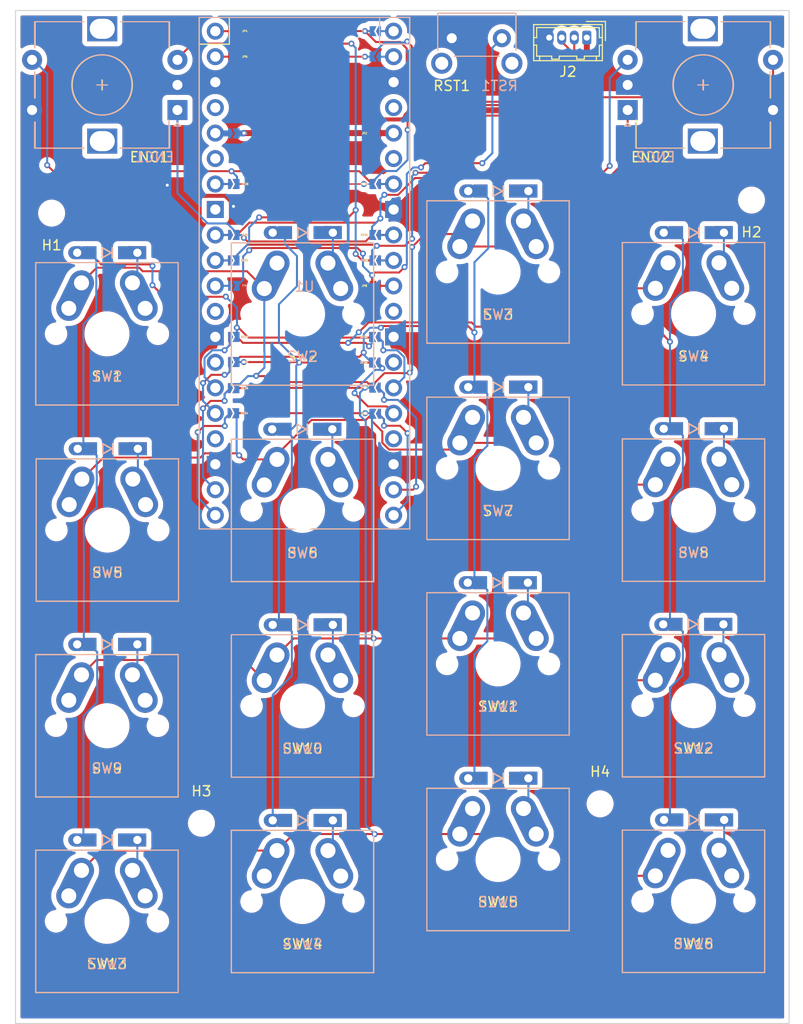
<source format=kicad_pcb>
(kicad_pcb (version 20221018) (generator pcbnew)
  (layers (0 "F.Cu" signal "Front") (31 "B.Cu" signal "Back") (34 "B.Paste" user) (35 "F.Paste" user) (36 "B.SilkS" user "B.Silkscreen") (37 "F.SilkS" user "F.Silkscreen") (38 "B.Mask" user) (39 "F.Mask" user) (44 "Edge.Cuts" user))
  (net 0 "")
  (net 1 "GND")
  (net 2 "Net-(D1-K)")
  (net 3 "Net-(D2-K)")
  (net 4 "Net-(D3-K)")
  (net 5 "Net-(D4-K)")
  (net 6 "Net-(D5-K)")
  (net 7 "Net-(D6-K)")
  (net 8 "OLED_SDA")
  (net 9 "Net-(D7-K)")
  (net 10 "Net-(D8-K)")
  (net 11 "Net-(D9-K)")
  (net 12 "R1")
  (net 13 "R2")
  (net 14 "R3")
  (net 15 "Net-(D10-K)")
  (net 16 "R0")
  (net 17 "C0")
  (net 18 "C1")
  (net 19 "C2")
  (net 20 "C3")
  (net 21 "ENC_1_A")
  (net 22 "ENC_1_B")
  (net 23 "ENC_2_A")
  (net 24 "ENC_2_B")
  (net 25 "OLED_SCK")
  (net 26 "Net-(D11-K)")
  (net 27 "Net-(D12-K)")
  (net 28 "Net-(D13-K)")
  (net 29 "Net-(D14-K)")
  (net 30 "Net-(D15-K)")
  (net 31 "Net-(D16-K)")
  (net 32 "ENC_1_SW")
  (net 33 "ENC_2_SW")
  (net 34 "RUN")
  (net 35 "OLED_SDA__X")
  (net 36 "OLED_SCK__X")
  (net 38 "VCC")
  (net 42 "X__RUN")
  (net 46 "R3__R0")
  (net 47 "R2__R1")
  (net 48 "R1__R2")
  (net 49 "R0__R3")
  (net 52 "RUN__X")
  (net 54 "X__OLED_SCK")
  (net 55 "X__OLED_SDA")
  (net 56 "VCC__X")
  (net 57 "X__VCC")
  (net 59 "ENC_1_2_SW")
  (net 60 "ENC_2_1_SW")
  (net 61 "ENC_1_2_A")
  (net 62 "ENC_2_1_A")
  (net 63 "ENC_1_2_B")
  (net 64 "ENC_2_1_B")
  (net 65 "C0_C3")
  (net 66 "C1_C2")
  (net 67 "C2_C1")
  (net 68 "C3_C0")
  (footprint "cherry_with_keycap:jumper" (layer "F.Cu") (at 64.05 93.3 180)
    (fp_text reference "JP34")
    (fp_text value "SolderJumper_2_Open" hide)
  )
  (footprint "cherry_with_keycap:SW_Cherry_MX_PCB_1.00u" (layer "F.Cu") (at 37.32 129.515)
    (fp_text reference "SW9")
    (fp_text value "SW_Push")
  )
  (footprint "cherry_with_keycap:jumper" (layer "F.Cu") (at 64.09 98.4 180)
    (fp_text reference "JP12")
    (fp_text value "SolderJumper_2_Open" hide)
  )
  (footprint "cherry_with_keycap:SW_Cherry_MX_PCB_1.00u" (layer "F.Cu") (at 37.32 149.015)
    (fp_text reference "SW13")
    (fp_text value "SW_Push")
  )
  (footprint "cherry_with_keycap:jumper" (layer "F.Cu") (at 64.1 70.45 180)
    (fp_text reference "JP2")
    (fp_text value "SolderJumper_2_Open" hide)
  )
  (footprint "cherry_with_keycap:jumper" (layer "F.Cu") (at 49.95 80.575)
    (fp_text reference "JP22")
    (fp_text value "SolderJumper_2_Open" hide)
  )
  (footprint "cherry_with_keycap:jumper" (layer "F.Cu") (at 49.95 90.75)
    (fp_text reference "JP30")
    (fp_text value "SolderJumper_2_Open" hide)
  )
  (footprint "cherry_with_keycap:SW_Cherry_MX_PCB_1.00u" (layer "F.Cu") (at 76.32 123.35)
    (fp_text reference "SW11")
    (fp_text value "SW_Push")
  )
  (footprint "cherry_with_keycap:SW_Cherry_MX_PCB_1.00u" (layer "F.Cu") (at 95.82 147.015)
    (fp_text reference "SW16")
    (fp_text value "SW_Push")
  )
  (footprint "cherry_with_keycap:jumper" (layer "F.Cu") (at 49.94 83.12)
    (fp_text reference "JP26")
    (fp_text value "SolderJumper_2_Open" hide)
  )
  (footprint "cherry_with_keycap:SW_Cherry_MX_PCB_1.00u" (layer "F.Cu") (at 56.82 147.04)
    (fp_text reference "SW14")
    (fp_text value "SW_Push")
  )
  (footprint "cherry_with_keycap:jumper" (layer "F.Cu") (at 64.1 85.65 180)
    (fp_text reference "JP8")
    (fp_text value "SolderJumper_2_Open" hide)
  )
  (footprint "cherry_with_keycap:SW_Cherry_MX_PCB_1.00u" (layer "F.Cu") (at 56.82 108.04)
    (fp_text reference "SW6")
    (fp_text value "SW_Push")
  )
  (footprint "cherry_with_keycap:SW_Cherry_MX_PCB_1.00u" (layer "F.Cu") (at 37.32 90.435)
    (fp_text reference "SW1")
    (fp_text value "SW_Push")
  )
  (footprint "cherry_with_keycap:jumper" (layer "F.Cu") (at 64.1 83.12 180)
    (fp_text reference "JP28")
    (fp_text value "SolderJumper_2_Open" hide)
  )
  (footprint "MountingHole:MountingHole_2.2mm_M2" (layer "F.Cu") (at 86.5 137.3)
    (fp_text reference "H4")
    (fp_text value "MountingHole")
  )
  (footprint "cherry_with_keycap:SW_Cherry_MX_PCB_1.00u" (layer "F.Cu") (at 76.32 103.85)
    (fp_text reference "SW7")
    (fp_text value "SW_Push")
  )
  (footprint "MountingHole:MountingHole_2.2mm_M2" (layer "F.Cu") (at 46.74 139.24)
    (fp_text reference "H3")
    (fp_text value "MountingHole")
  )
  (footprint "cherry_with_keycap:SW_Cherry_MX_PCB_1.00u" (layer "F.Cu") (at 95.82 127.515)
    (fp_text reference "SW12")
    (fp_text value "SW_Push")
  )
  (footprint "cherry_with_keycap:SW_Cherry_MX_PCB_1.00u" (layer "F.Cu") (at 56.82 127.54)
    (fp_text reference "SW10")
    (fp_text value "SW_Push")
  )
  (footprint "cherry_with_keycap:SW_Cherry_MX_PCB_1.00u" (layer "F.Cu") (at 95.82 88.435)
    (fp_text reference "SW4")
    (fp_text value "SW_Push")
  )
  (footprint "MountingHole:MountingHole_2.2mm_M2" (layer "F.Cu") (at 31.8 78.4 180)
    (fp_text reference "H1")
    (fp_text value "MountingHole")
  )
  (footprint "Connector_Hirose:Hirose_DF13-04P-1.25DSA_1x04_P1.25mm_Vertical" (layer "F.Cu") (at 85.175 60.9 180)
    (fp_text reference "J2")
    (fp_text value "Conn_01x04_Socket")
  )
  (footprint "cherry_with_keycap:SW_Cherry_MX_PCB_1.00u" (layer "F.Cu") (at 37.36 110)
    (fp_text reference "SW5")
    (fp_text value "SW_Push")
  )
  (footprint "cherry_with_keycap:SW_Cherry_MX_PCB_1.00u" (layer "F.Cu") (at 76.32 142.85)
    (fp_text reference "SW15")
    (fp_text value "SW_Push")
  )
  (footprint "cherry_with_keycap:jumper" (layer "F.Cu") (at 49.93 95.85)
    (fp_text reference "JP16")
    (fp_text value "SolderJumper_2_Open" hide)
  )
  (footprint "cherry_with_keycap:jumper" (layer "F.Cu") (at 64.1 75.5 180)
    (fp_text reference "JP20")
    (fp_text value "SolderJumper_2_Open" hide)
  )
  (footprint "cherry_with_keycap:SW_Cherry_MX_PCB_1.00u" (layer "F.Cu") (at 56.82 88.46)
    (fp_text reference "SW2")
    (fp_text value "SW_Push")
  )
  (footprint "cherry_with_keycap:jumper" (layer "F.Cu") (at 64.07 95.8 180)
    (fp_text reference "JP10")
    (fp_text value "SolderJumper_2_Open" hide)
  )
  (footprint "cherry_with_keycap:jumper" (layer "F.Cu") (at 64.1 80.575 180)
    (fp_text reference "JP24")
    (fp_text value "SolderJumper_2_Open" hide)
  )
  (footprint "cherry_with_keycap:jumper" (layer "F.Cu") (at 49.95 60.25)
    (fp_text reference "JP4")
    (fp_text value "SolderJumper_2_Open" hide)
  )
  (footprint "cherry_with_keycap:RotaryEncoder_Alps_EC12E-Switch_Vertical_H20mm" (layer "F.Cu") (at 44.35 68.1202 180)
    (fp_text reference "ENC1")
    (fp_text value "RotaryEncoder_Switch" hide)
  )
  (footprint "cherry_with_keycap:jumper" (layer "F.Cu") (at 64.05 90.75 180)
    (fp_text reference "JP36")
    (fp_text value "SolderJumper_2_Open" hide)
  )
  (footprint "cherry_with_keycap:jumper" (layer "F.Cu") (at 49.95 75.5)
    (fp_text reference "JP18")
    (fp_text value "SolderJumper_2_Open" hide)
  )
  (footprint "MountingHole:MountingHole_2.2mm_M2" (layer "F.Cu") (at 101.6 77.1 180)
    (fp_text reference "H2")
    (fp_text value "MountingHole")
  )
  (footprint "cherry_with_keycap:jumper" (layer "F.Cu") (at 49.95 62.8)
    (fp_text reference "JP6")
    (fp_text value "SolderJumper_2_Open" hide)
  )
  (footprint "cherry_with_keycap:SW_Cherry_MX_PCB_1.00u" (layer "F.Cu") (at 76.32 84.27)
    (fp_text reference "SW3")
    (fp_text value "SW_Push")
  )
  (footprint "cherry_with_keycap:SW_Cherry_MX_PCB_1.00u" (layer "F.Cu") (at 95.82 108.015)
    (fp_text reference "SW8")
    (fp_text value "SW_Push")
  )
  (footprint "cherry_with_keycap:jumper" (layer "F.Cu") (at 49.95 93.25)
    (fp_text reference "JP32")
    (fp_text value "SolderJumper_2_Open" hide)
  )
  (footprint "cherry_with_keycap:jumper" (layer "F.Cu") (at 49.91 98.35)
    (fp_text reference "JP14")
    (fp_text value "SolderJumper_2_Open" hide)
  )
  (footprint "cherry_with_keycap:jumper" (layer "B.Cu") (at 49.95 90.75)
    (fp_text reference "JP29")
    (fp_text value "SolderJumper_2_Open" hide)
  )
  (footprint "cherry_with_keycap:D3_TH_SMD_v2" (layer "B.Cu") (at 95.85 99.9 180)
    (fp_text reference "D8" hide)
    (fp_text value "e" hide)
  )
  (footprint "cherry_with_keycap:jumper" (layer "B.Cu") (at 64.09 98.4 180)
    (fp_text reference "JP11")
    (fp_text value "SolderJumper_2_Open" hide)
  )
  (footprint "cherry_with_keycap:jumper" (layer "B.Cu") (at 49.95 85.65)
    (fp_text reference "JP7")
    (fp_text value "SolderJumper_2_Open" hide)
  )
  (footprint "cherry_with_keycap:jumper" (layer "B.Cu") (at 64.1 62.8 180)
    (fp_text reference "JP5")
    (fp_text value "SolderJumper_2_Open" hide)
  )
  (footprint "cherry_with_keycap:SW_SKHLLCA010" (layer "B.Cu") (at 74.208 62.21 180)
    (fp_text reference "RST1")
    (fp_text value "SW_Push")
  )
  (footprint "cherry_with_keycap:D3_TH_SMD_v2" (layer "B.Cu") (at 76.35 134.75 180)
    (fp_text reference "D15" hide)
    (fp_text value "e" hide)
  )
  (footprint "cherry_with_keycap:D3_TH_SMD_v2" (layer "B.Cu") (at 56.85 80.35 180)
    (fp_text reference "D2" hide)
    (fp_text value "e" hide)
  )
  (footprint "cherry_with_keycap:D3_TH_SMD_v2" (layer "B.Cu") (at 95.8 119.4 180)
    (fp_text reference "D12" hide)
    (fp_text value "e" hide)
  )
  (footprint "cherry_with_keycap:jumper" (layer "B.Cu") (at 64.07 95.8 180)
    (fp_text reference "JP9")
    (fp_text value "SolderJumper_2_Open" hide)
  )
  (footprint "cherry_with_keycap:D3_TH_SMD_v2" (layer "B.Cu") (at 76.35 95.75 180)
    (fp_text reference "D7" hide)
    (fp_text value "e" hide)
  )
  (footprint "cherry_with_keycap:jumper" (layer "B.Cu") (at 64.1 80.58 180)
    (fp_text reference "JP23")
    (fp_text value "SolderJumper_2_Open" hide)
  )
  (footprint "cherry_with_keycap:D3_TH_SMD_v2" (layer "B.Cu") (at 95.875 138.9 180)
    (fp_text reference "D16" hide)
    (fp_text value "e" hide)
  )
  (footprint "cherry_with_keycap:D3_TH_SMD_v2" (layer "B.Cu") (at 95.85 80.35 180)
    (fp_text reference "D4" hide)
    (fp_text value "e" hide)
  )
  (footprint "cherry_with_keycap:jumper" (layer "B.Cu") (at 64.1 75.5 180)
    (fp_text reference "JP19")
    (fp_text value "SolderJumper_2_Open" hide)
  )
  (footprint "cherry_with_keycap:RotaryEncoder_Alps_EC12E-Switch_Vertical_H20mm" (layer "B.Cu") (at 89.25 68.119)
    (fp_text reference "ENC2")
    (fp_text value "RotaryEncoder_Switch" hide)
  )
  (footprint "cherry_with_keycap:D3_TH_SMD_v2" (layer "B.Cu") (at 37.35 121.4 180)
    (fp_text reference "D9" hide)
    (fp_text value "e" hide)
  )
  (footprint "cherry_with_keycap:jumper" (layer "B.Cu") (at 49.95 70.45)
    (fp_text reference "JP1")
    (fp_text value "SolderJumper_2_Open" hide)
  )
  (footprint "cherry_with_keycap:D3_TH_SMD_v2" (layer "B.Cu") (at 56.8 99.95 180)
    (fp_text reference "D6" hide)
    (fp_text value "e" hide)
  )
  (footprint "cherry_with_keycap:D3_TH_SMD_v2" (layer "B.Cu") (at 76.35 76.2 180)
    (fp_text reference "D3" hide)
    (fp_text value "e" hide)
  )
  (footprint "cherry_with_keycap:RPi_Pico_SMD_TH" (layer "B.Cu") (at 57.016 84.39 180)
    (fp_text reference "U1")
    (fp_text value "Pico")
  )
  (footprint "cherry_with_keycap:D3_TH_SMD_v2" (layer "B.Cu") (at 56.85 138.95 180)
    (fp_text reference "D14" hide)
    (fp_text value "e" hide)
  )
  (footprint "cherry_with_keycap:jumper" (layer "B.Cu") (at 64.05 90.75 180)
    (fp_text reference "JP35")
    (fp_text value "SolderJumper_2_Open" hide)
  )
  (footprint "cherry_with_keycap:jumper" (layer "B.Cu") (at 49.95 93.25)
    (fp_text reference "JP31")
    (fp_text value "SolderJumper_2_Open" hide)
  )
  (footprint "cherry_with_keycap:jumper" (layer "B.Cu") (at 49.95 80.58)
    (fp_text reference "JP21")
    (fp_text value "SolderJumper_2_Open" hide)
  )
  (footprint "cherry_with_keycap:D3_TH_SMD_v2" (layer "B.Cu") (at 56.85 119.45 180)
    (fp_text reference "D10" hide)
    (fp_text value "e" hide)
  )
  (footprint "cherry_with_keycap:D3_TH_SMD_v2" (layer "B.Cu") (at 37.35 82.35 180)
    (fp_text reference "D1" hide)
    (fp_text value "e" hide)
  )
  (footprint "cherry_with_keycap:D3_TH_SMD_v2" (layer "B.Cu") (at 37.4 101.9 180)
    (fp_text reference "D5" hide)
    (fp_text value "e" hide)
  )
  (footprint "cherry_with_keycap:jumper" (layer "B.Cu") (at 49.94 83.12)
    (fp_text reference "JP25")
    (fp_text value "SolderJumper_2_Open" hide)
  )
  (footprint "cherry_with_keycap:jumper" (layer "B.Cu") (at 64.05 93.3 180)
    (fp_text reference "JP33")
    (fp_text value "SolderJumper_2_Open" hide)
  )
  (footprint "cherry_with_keycap:D3_TH_SMD_v2" (layer "B.Cu") (at 37.35 140.9 180)
    (fp_text reference "D13" hide)
    (fp_text value "e" hide)
  )
  (footprint "cherry_with_keycap:jumper" (layer "B.Cu") (at 49.93 95.85)
    (fp_text reference "JP15")
    (fp_text value "SolderJumper_2_Open" hide)
  )
  (footprint "cherry_with_keycap:jumper" (layer "B.Cu") (at 49.91 98.35)
    (fp_text reference "JP13")
    (fp_text value "SolderJumper_2_Open" hide)
  )
  (footprint "cherry_with_keycap:jumper" (layer "B.Cu") (at 64.1 60.26 180)
    (fp_text reference "JP3")
    (fp_text value "SolderJumper_2_Open" hide)
  )
  (footprint "cherry_with_keycap:jumper" (layer "B.Cu") (at 64.1 83.12 180)
    (fp_text reference "JP27")
    (fp_text value "SolderJumper_2_Open" hide)
  )
  (footprint "cherry_with_keycap:D3_TH_SMD_v2" (layer "B.Cu") (at 76.3 115.25 180)
    (fp_text reference "D11" hide)
    (fp_text value "e" hide)
  )
  (footprint "cherry_with_keycap:jumper" (layer "B.Cu") (at 49.95 75.5)
    (fp_text reference "JP17")
    (fp_text value "SolderJumper_2_Open" hide)
  )
  (gr_rect (start 28.2 58.2) (end 105.35 159.2) (stroke (width 0.1)) (fill none) (layer "Edge.Cuts"))
  (segment (start 49.9364 77.724) (end 49.9364 77.4964) (width 0.4) (layer "F.Cu") (net 1))
  (segment (start 49.117 76.677) (end 44.3936 76.677) (width 0.4) (layer "F.Cu") (net 1))
  (segment (start 44.3936 76.677) (end 43.3324 75.6158) (width 0.4) (layer "F.Cu") (net 1))
  (segment (start 49.9364 77.4964) (end 49.117 76.677) (width 0.4) (layer "F.Cu") (net 1))
  (via (at 43.3324 75.6158) (size 0.6) (drill 0.3) (layers "F.Cu" "B.Cu") (net 1))
  (via (at 49.9364 77.724) (size 0.6) (drill 0.3) (layers "F.Cu" "B.Cu") (net 1))
  (segment (start 40.35 84.865) (end 39.86 85.355) (width 0.2) (layer "B.Cu") (net 2))
  (segment (start 40.35 82.35) (end 40.35 84.865) (width 0.2) (layer "B.Cu") (net 2))
  (segment (start 59.85 82.89) (end 59.36 83.38) (width 0.2) (layer "B.Cu") (net 3))
  (segment (start 59.85 80.35) (end 59.85 82.89) (width 0.2) (layer "B.Cu") (net 3))
  (segment (start 79.35 76.2) (end 79.35 78.7) (width 0.2) (layer "B.Cu") (net 4))
  (segment (start 79.35 78.7) (end 78.86 79.19) (width 0.2) (layer "B.Cu") (net 4))
  (segment (start 98.85 82.865) (end 98.36 83.355) (width 0.2) (layer "B.Cu") (net 5))
  (segment (start 98.85 80.35) (end 98.85 82.865) (width 0.2) (layer "B.Cu") (net 5))
  (segment (start 40.4 101.9) (end 40.4 104.42) (width 0.2) (layer "B.Cu") (net 6))
  (segment (start 40.4 104.42) (end 39.9 104.92) (width 0.2) (layer "B.Cu") (net 6))
  (segment (start 59.8 102.52) (end 59.36 102.96) (width 0.2) (layer "B.Cu") (net 7))
  (segment (start 59.8 99.95) (end 59.8 102.52) (width 0.2) (layer "B.Cu") (net 7))
  (segment (start 84.648 66.052) (end 83.077 67.623) (width 0.2) (layer "F.Cu") (net 8))
  (segment (start 63.05 60.25) (end 50.29 60.25) (width 0.2) (layer "F.Cu") (net 8))
  (segment (start 83.925 62.087552) (end 84.648 62.810552) (width 0.2) (layer "F.Cu") (net 8))
  (segment (start 84.648 62.810552) (end 84.648 66.052) (width 0.2) (layer "F.Cu") (net 8))
  (segment (start 83.077 67.623) (end 68.98829 67.623) (width 0.2) (layer "F.Cu") (net 8))
  (segment (start 68.98829 67.623) (end 67.2125 65.84721) (width 0.2) (layer "F.Cu") (net 8))
  (segment (start 64.137 61.337) (end 66.562 61.337) (width 0.2) (layer "F.Cu") (net 8))
  (segment (start 67.2125 65.84721) (end 67.2125 61.9875) (width 0.2) (layer "F.Cu") (net 8))
  (segment (start 63.05 60.25) (end 64.137 61.337) (width 0.2) (layer "F.Cu") (net 8))
  (segment (start 67.2125 61.9875) (end 66.562 61.337) (width 0.2) (layer "F.Cu") (net 8))
  (segment (start 83.925 60.9) (end 83.925 62.087552) (width 0.2) (layer "F.Cu") (net 8))
  (via (at 63.05 60.25) (size 0.6) (drill 0.3) (layers "F.Cu" "B.Cu") (net 8))
  (segment (start 63.06 60.26) (end 63.05 60.25) (width 0.2) (layer "B.Cu") (net 8))
  (segment (start 63.76 60.26) (end 63.06 60.26) (width 0.2) (layer "B.Cu") (net 8))
  (segment (start 79.35 98.28) (end 78.86 98.77) (width 0.2) (layer "B.Cu") (net 9))
  (segment (start 79.35 95.75) (end 79.35 98.28) (width 0.2) (layer "B.Cu") (net 9))
  (segment (start 98.85 99.9) (end 98.85 102.445) (width 0.2) (layer "B.Cu") (net 10))
  (segment (start 98.85 102.445) (end 98.36 102.935) (width 0.2) (layer "B.Cu") (net 10))
  (segment (start 40.35 121.4) (end 40.35 123.945) (width 0.2) (layer "B.Cu") (net 11))
  (segment (start 40.35 123.945) (end 39.86 124.435) (width 0.2) (layer "B.Cu") (net 11))
  (segment (start 65.459891 101.977) (end 67.1 101.977) (width 0.2) (layer "F.Cu") (net 12))
  (segment (start 71.843 101.977) (end 72.51 101.31) (width 0.2) (layer "F.Cu") (net 12))
  (segment (start 50.5 102.55) (end 50.91 102.96) (width 0.2) (layer "F.Cu") (net 12))
  (segment (start 50.5 102.55) (end 50.3 102.35) (width 0.2) (layer "F.Cu") (net 12))
  (segment (start 57.723 99.025) (end 63.143791 99.025) (width 0.2) (layer "F.Cu") (net 12))
  (segment (start 63.143791 99.025) (end 63.75 98.418791) (width 0.2) (layer "F.Cu") (net 12))
  (segment (start 73.113 99.437) (end 73.78 98.77) (width 0.2) (layer "F.Cu") (net 12))
  (segment (start 50.3 102.35) (end 47.062 102.35) (width 0.2) (layer "F.Cu") (net 12))
  (segment (start 47.062 102.35) (end 46.635 102.777) (width 0.2) (layer "F.Cu") (net 12))
  (segment (start 50.91 102.96) (end 54.28 102.96) (width 0.2) (layer "F.Cu") (net 12))
  (segment (start 64.779709 100.175) (end 64.779709 101.296818) (width 0.2) (layer "F.Cu") (net 12))
  (segment (start 63.75 98.4) (end 63.75 99.145291) (width 0.2) (layer "F.Cu") (net 12))
  (segment (start 63.75 98.418791) (end 63.75 98.4) (width 0.2) (layer "F.Cu") (net 12))
  (segment (start 46.635 102.777) (end 36.963 102.777) (width 0.2) (layer "F.Cu") (net 12))
  (segment (start 54.28 102.468) (end 57.723 99.025) (width 0.2) (layer "F.Cu") (net 12))
  (segment (start 36.963 102.777) (end 34.82 104.92) (width 0.2) (layer "F.Cu") (net 12))
  (segment (start 67.1 101.977) (end 71.843 101.977) (width 0.2) (layer "F.Cu") (net 12))
  (segment (start 63.75 99.145291) (end 64.779709 100.175) (width 0.2) (layer "F.Cu") (net 12))
  (segment (start 77.127588 101.31) (end 81.292588 105.475) (width 0.2) (layer "F.Cu") (net 12))
  (segment (start 64.779709 101.296818) (end 65.459891 101.977) (width 0.2) (layer "F.Cu") (net 12))
  (segment (start 54.28 102.96) (end 54.28 102.468) (width 0.2) (layer "F.Cu") (net 12))
  (segment (start 81.292588 105.475) (end 92.01 105.475) (width 0.2) (layer "F.Cu") (net 12))
  (segment (start 72.51 101.31) (end 77.127588 101.31) (width 0.2) (layer "F.Cu") (net 12))
  (via (at 50.5 102.55) (size 0.6) (drill 0.3) (layers "F.Cu" "B.Cu") (net 12))
  (segment (start 50.25 98.35) (end 50.25 99.5) (width 0.2) (layer "B.Cu") (net 12))
  (segment (start 50.25 102.3) (end 50.5 102.55) (width 0.2) (layer "B.Cu") (net 12))
  (segment (start 50.25 99.5) (end 50.25 102.3) (width 0.2) (layer "B.Cu") (net 12))
  (segment (start 54.28 122.46) (end 55.93 120.81) (width 0.2) (layer "F.Cu") (net 13))
  (segment (start 72.51 120.81) (end 77.103402 120.81) (width 0.2) (layer "F.Cu") (net 13))
  (segment (start 55.93 120.81) (end 63.925 120.81) (width 0.2) (layer "F.Cu") (net 13))
  (segment (start 81.268402 124.975) (end 92.01 124.975) (width 0.2) (layer "F.Cu") (net 13))
  (segment (start 63.925 120.81) (end 72.51 120.81) (width 0.2) (layer "F.Cu") (net 13))
  (segment (start 36.257 122.958) (end 50.968 122.958) (width 0.2) (layer "F.Cu") (net 13))
  (segment (start 50.968 122.958) (end 53.01 125) (width 0.2) (layer "F.Cu") (net 13))
  (segment (start 34.78 124.435) (end 36.257 122.958) (width 0.2) (layer "F.Cu") (net 13))
  (segment (start 50.25 98.35) (end 63.0735 98.35) (width 0.2) (layer "F.Cu") (net 13))
  (segment (start 77.103402 120.81) (end 81.268402 124.975) (width 0.2) (layer "F.Cu") (net 13))
  (via (at 63.925 120.81) (size 0.6) (drill 0.3) (layers "F.Cu" "B.Cu") (net 13))
  (via (at 63.0735 98.35) (size 0.6) (drill 0.3) (layers "F.Cu" "B.Cu") (net 13))
  (segment (start 63.75 120.635) (end 63.925 120.81) (width 0.2) (layer "B.Cu") (net 13))
  (segment (start 63.75 98.4) (end 63.75 120.635) (width 0.2) (layer "B.Cu") (net 13))
  (segment (start 63.0735 98.35) (end 63.7 98.35) (width 0.2) (layer "B.Cu") (net 13))
  (segment (start 63.7 98.35) (end 63.75 98.4) (width 0.2) (layer "B.Cu") (net 13))
  (segment (start 50.27 95.85) (end 50.9215 95.85) (width 0.2) (layer "F.Cu") (net 14))
  (segment (start 34.78 143.935) (end 36.755 141.96) (width 0.2) (layer "F.Cu") (net 14))
  (segment (start 64.02 140.32) (end 64.03 140.31) (width 0.2) (layer "F.Cu") (net 14))
  (segment (start 81.292588 144.475) (end 92.01 144.475) (width 0.2) (layer "F.Cu") (net 14))
  (segment (start 50.9215 95.85) (end 50.9465 95.825) (width 0.2) (layer "F.Cu") (net 14))
  (segment (start 64.03 140.31) (end 72.51 140.31) (width 0.2) (layer "F.Cu") (net 14))
  (segment (start 77.127588 140.31) (end 81.292588 144.475) (width 0.2) (layer "F.Cu") (net 14))
  (segment (start 72.51 140.31) (end 77.127588 140.31) (width 0.2) (layer "F.Cu") (net 14))
  (segment (start 50.9465 95.825) (end 63.0285 95.825) (width 0.2) (layer "F.Cu") (net 14))
  (segment (start 63.0285 95.825) (end 63.0535 95.8) (width 0.2) (layer "F.Cu") (net 14))
  (segment (start 55.93 140.31) (end 72.51 140.31) (width 0.2) (layer "F.Cu") (net 14))
  (segment (start 36.755 141.96) (end 54.28 141.96) (width 0.2) (layer "F.Cu") (net 14))
  (segment (start 54.28 141.96) (end 55.93 140.31) (width 0.2) (layer "F.Cu") (net 14))
  (via (at 64.02 140.32) (size 0.6) (drill 0.3) (layers "F.Cu" "B.Cu") (net 14))
  (via (at 63.0535 95.8) (size 0.6) (drill 0.3) (layers "F.Cu" "B.Cu") (net 14))
  (segment (start 63.125 111.685) (end 63.12 111.69) (width 0.2) (layer "B.Cu") (net 14))
  (segment (start 63.12 111.69) (end 63.12 112.195) (width 0.2) (layer "B.Cu") (net 14))
  (segment (start 62.5465 96.307) (end 63.0535 95.8) (width 0.2) (layer "B.Cu") (net 14))
  (segment (start 63.12 112.195) (end 63.125 112.2) (width 0.2) (layer "B.Cu") (net 14))
  (segment (start 63.73 95.8) (end 63.0535 95.8) (width 0.2) (layer "B.Cu") (net 14))
  (segment (start 63.125 112.2) (end 63.125 139.425) (width 0.2) (layer "B.Cu") (net 14))
  (segment (start 63.125 99.146791) (end 62.5465 98.568291) (width 0.2) (layer "B.Cu") (net 14))
  (segment (start 63.125 139.425) (end 64.02 140.32) (width 0.2) (layer "B.Cu") (net 14))
  (segment (start 63.125 111.685) (end 63.125 99.146791) (width 0.2) (layer "B.Cu") (net 14))
  (segment (start 62.5465 98.568291) (end 62.5465 96.307) (width 0.2) (layer "B.Cu") (net 14))
  (segment (start 59.85 119.45) (end 59.85 121.97) (width 0.2) (layer "B.Cu") (net 15))
  (segment (start 59.85 121.97) (end 59.36 122.46) (width 0.2) (layer "B.Cu") (net 15))
  (segment (start 72.51 81.73) (end 77.127588 81.73) (width 0.2) (layer "F.Cu") (net 16))
  (segment (start 77.127588 81.73) (end 81.292588 85.895) (width 0.2) (layer "F.Cu") (net 16))
  (segment (start 53.625 95.25) (end 63.248791 95.25) (width 0.2) (layer "F.Cu") (net 16))
  (segment (start 40.885804 84.197) (end 40.528804 83.84) (width 0.2) (layer "F.Cu") (net 16))
  (segment (start 63.73 95.8) (end 63.73 95.618974) (width 0.2) (layer "F.Cu") (net 16))
  (segment (start 63.248791 95.25) (end 63.73 95.731209) (width 0.2) (layer "F.Cu") (net 16))
  (segment (start 81.292588 85.895) (end 92.01 85.895) (width 0.2) (layer "F.Cu") (net 16))
  (segment (start 36.295 83.84) (end 34.78 85.355) (width 0.2) (layer "F.Cu") (net 16))
  (segment (start 63.73 95.731209) (end 63.73 95.8) (width 0.2) (layer "F.Cu") (net 16))
  (segment (start 69.043724 80.484803) (end 73.149975 80.484803) (width 0.2) (layer "F.Cu") (net 16))
  (segment (start 53.025 94.65) (end 53.625 95.25) (width 0.2) (layer "F.Cu") (net 16))
  (segment (start 52.2 94.625) (end 52.225 94.65) (width 0.2) (layer "F.Cu") (net 16))
  (segment (start 52.225 94.65) (end 53.025 94.65) (width 0.2) (layer "F.Cu") (net 16))
  (segment (start 67.751 81.777527) (end 69.043724 80.484803) (width 0.2) (layer "F.Cu") (net 16))
  (segment (start 51.287 84.197) (end 40.885804 84.197) (width 0.2) (layer "F.Cu") (net 16))
  (segment (start 64.991974 94.357) (end 67.459999 94.357) (width 0.2) (layer "F.Cu") (net 16))
  (segment (start 40.528804 83.84) (end 36.295 83.84) (width 0.2) (layer "F.Cu") (net 16))
  (segment (start 67.459999 94.357) (end 67.5095 94.307499) (width 0.2) (layer "F.Cu") (net 16))
  (segment (start 63.73 95.618974) (end 64.991974 94.357) (width 0.2) (layer "F.Cu") (net 16))
  (segment (start 53.01 85.92) (end 51.287 84.197) (width 0.2) (layer "F.Cu") (net 16))
  (via (at 67.751 81.777527) (size 0.6) (drill 0.3) (layers "F.Cu" "B.Cu") (net 16))
  (via (at 67.5095 94.307499) (size 0.6) (drill 0.3) (layers "F.Cu" "B.Cu") (net 16))
  (via (at 52.2 94.625) (size 0.6) (drill 0.3) (layers "F.Cu" "B.Cu") (net 16))
  (segment (start 53.01 92.125) (end 53.025 92.14) (width 0.2) (layer "B.Cu") (net 16))
  (segment (start 67.5095 94.307499) (end 67.751 94.065999) (width 0.2) (layer "B.Cu") (net 16))
  (segment (start 53.025 93.8) (end 52.2 94.625) (width 0.2) (layer "B.Cu") (net 16))
  (segment (start 51.376209 94.65) (end 50.27 95.756209) (width 0.2) (layer "B.Cu") (net 16))
  (segment (start 67.751 94.065999) (end 67.751 81.777527) (width 0.2) (layer "B.Cu") (net 16))
  (segment (start 53.025 92.14) (end 53.025 93.8) (width 0.2) (layer "B.Cu") (net 16))
  (segment (start 51.5 94.65) (end 51.376209 94.65) (width 0.2) (layer "B.Cu") (net 16))
  (segment (start 52.175 94.65) (end 52.2 94.625) (width 0.2) (layer "B.Cu") (net 16))
  (segment (start 53.01 85.92) (end 53.01 92.125) (width 0.2) (layer "B.Cu") (net 16))
  (segment (start 51.5 94.65) (end 52.175 94.65) (width 0.2) (layer "B.Cu") (net 16))
  (segment (start 49.163 86.737) (end 43.006982 86.737) (width 0.2) (layer "F.Cu") (net 17))
  (segment (start 41.85606 83.6705) (end 41.69856 83.513) (width 0.2) (layer "F.Cu") (net 17))
  (segment (start 63.65 90.81) (end 51.421028 90.81) (width 0.2) (layer "F.Cu") (net 17))
  (segment (start 43.006982 86.737) (end 41.85606 85.586078) (width 0.2) (layer "F.Cu") (net 17))
  (segment (start 49.175 86.725) (end 49.163 86.737) (width 0.2) (layer "F.Cu") (net 17))
  (segment (start 41.69856 83.513) (end 36.738 83.513) (width 0.2) (layer "F.Cu") (net 17))
  (segment (start 63.65 90.81) (end 63.71 90.75) (width 0.2) (layer "F.Cu") (net 17))
  (segment (start 36.738 83.513) (end 35.575 82.35) (width 0.2) (layer "F.Cu") (net 17))
  (segment (start 50.434528 89.8235) (end 50.275 89.8235) (width 0.2) (layer "F.Cu") (net 17))
  (segment (start 51.421028 90.81) (end 50.434528 89.8235) (width 0.2) (layer "F.Cu") (net 17))
  (via (at 41.85606 83.6705) (size 0.6) (drill 0.3) (layers "F.Cu" "B.Cu") (net 17))
  (via (at 49.175 86.725) (size 0.6) (drill 0.3) (layers "F.Cu" "B.Cu") (net 17))
  (via (at 41.85606 85.586078) (size 0.6) (drill 0.3) (layers "F.Cu" "B.Cu") (net 17))
  (via (at 50.275 89.8235) (size 0.6) (drill 0.3) (layers "F.Cu" "B.Cu") (net 17))
  (segment (start 36.297 102.572) (end 36.297 107.739598) (width 0.2) (layer "B.Cu") (net 17))
  (segment (start 36.297 107.739598) (end 35.01 109.026598) (width 0.2) (layer "B.Cu") (net 17))
  (segment (start 36.346598 122.171598) (end 36.346598 127.165) (width 0.2) (layer "B.Cu") (net 17))
  (segment (start 50.275 89.8235) (end 50.275 90.735) (width 0.2) (layer "B.Cu") (net 17))
  (segment (start 41.85606 85.586078) (end 41.85606 83.9) (width 0.2) (layer "B.Cu") (net 17))
  (segment (start 34.97 128.541598) (end 34.97 140.295) (width 0.2) (layer "B.Cu") (net 17))
  (segment (start 35.01 120.835) (end 35.575 121.4) (width 0.2) (layer "B.Cu") (net 17))
  (segment (start 34.97 140.295) (end 35.575 140.9) (width 0.2) (layer "B.Cu") (net 17))
  (segment (start 41.85606 83.9) (end 41.85606 83.6705) (width 0.2) (layer "B.Cu") (net 17))
  (segment (start 35.575 121.4) (end 36.346598 122.171598) (width 0.2) (layer "B.Cu") (net 17))
  (segment (start 35.01 109.026598) (end 35.01 120.835) (width 0.2) (layer "B.Cu") (net 17))
  (segment (start 36.257 88.174598) (end 34.97 89.461598) (width 0.2) (layer "B.Cu") (net 17))
  (segment (start 50.275 90.735) (end 50.29 90.75) (width 0.2) (layer "B.Cu") (net 17))
  (segment (start 35.625 101.9) (end 36.297 102.572) (width 0.2) (layer "B.Cu") (net 17))
  (segment (start 36.257 83.032) (end 36.257 88.174598) (width 0.2) (layer "B.Cu") (net 17))
  (segment (start 50.29 90.75) (end 50.29 87.84) (width 0.2) (layer "B.Cu") (net 17))
  (segment (start 36.346598 127.165) (end 34.97 128.541598) (width 0.2) (layer "B.Cu") (net 17))
  (segment (start 35.575 82.35) (end 36.257 83.032) (width 0.2) (layer "B.Cu") (net 17))
  (segment (start 34.97 101.245) (end 35.625 101.9) (width 0.2) (layer "B.Cu") (net 17))
  (segment (start 34.97 89.461598) (end 34.97 101.245) (width 0.2) (layer "B.Cu") (net 17))
  (segment (start 50.29 87.84) (end 49.175 86.725) (width 0.2) (layer "B.Cu") (net 17))
  (segment (start 50.9665 93.25) (end 56.45 93.25) (width 0.2) (layer "F.Cu") (net 18))
  (segment (start 63.71 93.3) (end 56.5 93.3) (width 0.2) (layer "F.Cu") (net 18))
  (segment (start 56.45 93.25) (end 56.5 93.3) (width 0.2) (layer "F.Cu") (net 18))
  (via (at 50.9665 93.25) (size 0.6) (drill 0.3) (layers "F.Cu" "B.Cu") (net 18))
  (via (at 56.5 93.3) (size 0.6) (drill 0.3) (layers "F.Cu" "B.Cu") (net 18))
  (segment (start 55.725 99.95) (end 56.2 99.475) (width 0.2) (layer "B.Cu") (net 18))
  (segment (start 55.075 81.481953) (end 56.27 82.676953) (width 0.2) (layer "B.Cu") (net 18))
  (segment (start 54.47 118.845) (end 55.075 119.45) (width 0.2) (layer "B.Cu") (net 18))
  (segment (start 56.2 99.475) (end 56.2 93.6) (width 0.2) (layer "B.Cu") (net 18))
  (segment (start 54.47 107.066598) (end 54.47 118.845) (width 0.2) (layer "B.Cu") (net 18))
  (segment (start 55.757 100.682) (end 55.757 105.779598) (width 0.2) (layer "B.Cu") (net 18))
  (segment (start 56.27 82.676953) (end 56.27 85.686598) (width 0.2) (layer "B.Cu") (net 18))
  (segment (start 53.85 126.432708) (end 55.757 124.525708) (width 0.2) (layer "B.Cu") (net 18))
  (segment (start 53.85 138.95) (end 53.85 126.432708) (width 0.2) (layer "B.Cu") (net 18))
  (segment (start 55.075 80.35) (end 55.075 81.481953) (width 0.2) (layer "B.Cu") (net 18))
  (segment (start 55.757 105.779598) (end 54.47 107.066598) (width 0.2) (layer "B.Cu") (net 18))
  (segment (start 54.47 87.486598) (end 54.47 91.27) (width 0.2) (layer "B.Cu") (net 18))
  (segment (start 54.47 91.27) (end 56.5 93.3) (width 0.2) (layer "B.Cu") (net 18))
  (segment (start 55.025 99.95) (end 55.757 100.682) (width 0.2) (layer "B.Cu") (net 18))
  (segment (start 55.025 99.95) (end 55.725 99.95) (width 0.2) (layer "B.Cu") (net 18))
  (segment (start 55.757 124.525708) (end 55.757 120.132) (width 0.2) (layer "B.Cu") (net 18))
  (segment (start 56.27 85.686598) (end 54.47 87.486598) (width 0.2) (layer "B.Cu") (net 18))
  (segment (start 55.757 120.132) (end 55.075 119.45) (width 0.2) (layer "B.Cu") (net 18))
  (segment (start 50.29 93.25) (end 50.9665 93.25) (width 0.2) (layer "B.Cu") (net 18))
  (segment (start 56.2 93.6) (end 56.5 93.3) (width 0.2) (layer "B.Cu") (net 18))
  (segment (start 61.6 92.723) (end 62.502 92.723) (width 0.2) (layer "F.Cu") (net 19))
  (segment (start 73.333 89.663) (end 73.97 90.3) (width 0.2) (layer "F.Cu") (net 19))
  (segment (start 64.796319 89.663) (end 73.333 89.663) (width 0.2) (layer "F.Cu") (net 19))
  (segment (start 62.502 92.723) (end 62.925 92.3) (width 0.2) (layer "F.Cu") (net 19))
  (segment (start 50.29 93.035) (end 50.602 92.723) (width 0.2) (layer "F.Cu") (net 19))
  (segment (start 64.63451 89.824809) (end 64.796319 89.663) (width 0.2) (layer "F.Cu") (net 19))
  (segment (start 50.602 92.723) (end 61.6 92.723) (width 0.2) (layer "F.Cu") (net 19))
  (segment (start 50.29 93.25) (end 50.29 93.035) (width 0.2) (layer "F.Cu") (net 19))
  (via (at 73.97 90.3) (size 0.6) (drill 0.3) (layers "F.Cu" "B.Cu") (net 19))
  (via (at 62.925 92.3) (size 0.6) (drill 0.3) (layers "F.Cu" "B.Cu") (net 19))
  (via (at 73.97 90.3) (size 0.6) (drill 0.3) (layers "F.Cu" "B.Cu") (net 19))
  (via (at 64.63451 89.824809) (size 0.6) (drill 0.3) (layers "F.Cu" "B.Cu") (net 19))
  (segment (start 62.925 92.3) (end 62.925 92.515) (width 0.2) (layer "B.Cu") (net 19))
  (segment (start 74.575 95.75) (end 75.257 96.432) (width 0.2) (layer "B.Cu") (net 19))
  (segment (start 73.97 83.296598) (end 73.97 88.95) (width 0.2) (layer "B.Cu") (net 19))
  (segment (start 73.97 134.145) (end 74.575 134.75) (width 0.2) (layer "B.Cu") (net 19))
  (segment (start 75.346598 81.92) (end 73.97 83.296598) (width 0.2) (layer "B.Cu") (net 19))
  (segment (start 75.257 115.982) (end 75.257 121.089598) (width 0.2) (layer "B.Cu") (net 19))
  (segment (start 73.97 95.145) (end 74.575 95.75) (width 0.2) (layer "B.Cu") (net 19))
  (segment (start 73.97 122.376598) (end 73.97 134.145) (width 0.2) (layer "B.Cu") (net 19))
  (segment (start 73.97 114.695) (end 74.525 115.25) (width 0.2) (layer "B.Cu") (net 19))
  (segment (start 73.97 88.95) (end 73.97 90.3) (width 0.2) (layer "B.Cu") (net 19))
  (segment (start 75.346598 76.971598) (end 75.346598 81.92) (width 0.2) (layer "B.Cu") (net 19))
  (segment (start 62.925 92.3) (end 62.925 90.463972) (width 0.2) (layer "B.Cu") (net 19))
  (segment (start 73.97 102.876598) (end 73.97 114.695) (width 0.2) (layer "B.Cu") (net 19))
  (segment (start 75.257 121.089598) (end 73.97 122.376598) (width 0.2) (layer "B.Cu") (net 19))
  (segment (start 74.575 76.2) (end 75.346598 76.971598) (width 0.2) (layer "B.Cu") (net 19))
  (segment (start 74.525 115.25) (end 75.257 115.982) (width 0.2) (layer "B.Cu") (net 19))
  (segment (start 62.925 90.463972) (end 63.564163 89.824809) (width 0.2) (layer "B.Cu") (net 19))
  (segment (start 62.925 92.515) (end 63.71 93.3) (width 0.2) (layer "B.Cu") (net 19))
  (segment (start 75.257 101.589598) (end 73.97 102.876598) (width 0.2) (layer "B.Cu") (net 19))
  (segment (start 63.564163 89.824809) (end 64.63451 89.824809) (width 0.2) (layer "B.Cu") (net 19))
  (segment (start 75.257 96.432) (end 75.257 101.589598) (width 0.2) (layer "B.Cu") (net 19))
  (segment (start 73.97 90.3) (end 73.97 95.145) (width 0.2) (layer "B.Cu") (net 19))
  (segment (start 92.9 90.655) (end 92.9 90.625) (width 0.2) (layer "F.Cu") (net 20))
  (segment (start 50.29 90.75) (end 50.8765 91.3365) (width 0.2) (layer "F.Cu") (net 20))
  (segment (start 93.47 91.225) (end 92.9 90.655) (width 0.2) (layer "F.Cu") (net 20))
  (segment (start 63.416088 89.297809) (end 62.430397 90.2835) (width 0.2) (layer "F.Cu") (net 20))
  (segment (start 73.680257 89.297809) (end 63.416088 89.297809) (width 0.2) (layer "F.Cu") (net 20))
  (segment (start 63.111584 91.3365) (end 63.4515 91.676416) (width 0.2) (layer "F.Cu") (net 20))
  (segment (start 91.998 89.723) (end 74.105448 89.723) (width 0.2) (layer "F.Cu") (net 20))
  (segment (start 50.8765 91.3365) (end 61.375 91.3365) (width 0.2) (layer "F.Cu") (net 20))
  (segment (start 61.375 91.3365) (end 63.111584 91.3365) (width 0.2) (layer "F.Cu") (net 20))
  (segment (start 74.105448 89.723) (end 73.680257 89.297809) (width 0.2) (layer "F.Cu") (net 20))
  (segment (start 92.9 90.625) (end 91.998 89.723) (width 0.2) (layer "F.Cu") (net 20))
  (via (at 61.375 91.3365) (size 0.6) (drill 0.3) (layers "F.Cu" "B.Cu") (net 20))
  (via (at 62.430397 90.2835) (size 0.6) (drill 0.3) (layers "F.Cu" "B.Cu") (net 20))
  (via (at 63.4515 91.676416) (size 0.6) (drill 0.3) (layers "F.Cu" "B.Cu") (net 20))
  (via (at 93.47 91.225) (size 0.6) (drill 0.3) (layers "F.Cu" "B.Cu") (net 20))
  (segment (start 62.430397 90.2835) (end 62.428 90.2835) (width 0.2) (layer "B.Cu") (net 20))
  (segment (start 93.47 125.73) (end 93.47 138.27) (width 0.2) (layer "B.Cu") (net 20))
  (segment (start 93.47 138.27) (end 94.1 138.9) (width 0.2) (layer "B.Cu") (net 20))
  (segment (start 93.47 107.041598) (end 93.47 118.845) (width 0.2) (layer "B.Cu") (net 20))
  (segment (start 94.757 105.754598) (end 93.47 107.041598) (width 0.2) (layer "B.Cu") (net 20))
  (segment (start 94.757 124.443) (end 93.47 125.73) (width 0.2) (layer "B.Cu") (net 20))
  (segment (start 94.757 100.582) (end 94.757 105.754598) (width 0.2) (layer "B.Cu") (net 20))
  (segment (start 93.47 118.845) (end 94.025 119.4) (width 0.2) (layer "B.Cu") (net 20))
  (segment (start 94.757 86.174598) (end 93.47 87.461598) (width 0.2) (layer "B.Cu") (net 20))
  (segment (start 94.075 80.35) (end 94.757 81.032) (width 0.2) (layer "B.Cu") (net 20))
  (segment (start 62.428 90.2835) (end 61.375 91.3365) (width 0.2) (layer "B.Cu") (net 20))
  (segment (start 94.075 99.9) (end 94.757 100.582) (width 0.2) (layer "B.Cu") (net 20))
  (segment (start 63.71 91.417916) (end 63.4515 91.676416) (width 0.2) (layer "B.Cu") (net 20))
  (segment (start 94.757 81.032) (end 94.757 86.174598) (width 0.2) (layer "B.Cu") (net 20))
  (segment (start 94.757 120.132) (end 94.757 124.443) (width 0.2) (layer "B.Cu") (net 20))
  (segment (start 93.47 99.295) (end 93.47 91.225) (width 0.2) (layer "B.Cu") (net 20))
  (segment (start 94.075 99.9) (end 93.47 99.295) (width 0.2) (layer "B.Cu") (net 20))
  (segment (start 63.71 90.75) (end 63.71 91.417916) (width 0.2) (layer "B.Cu") (net 20))
  (segment (start 94.025 119.4) (end 94.757 120.132) (width 0.2) (layer "B.Cu") (net 20))
  (segment (start 93.47 87.461598) (end 93.47 91.225) (width 0.2) (layer "B.Cu") (net 20))
  (segment (start 51.3335 81.227) (end 63.108 81.227) (width 0.2) (layer "F.Cu") (net 21))
  (segment (start 63.108 81.227) (end 63.76 80.575) (width 0.2) (layer "F.Cu") (net 21))
  (segment (start 50.9665 80.86) (end 51.3335 81.227) (width 0.2) (layer "F.Cu") (net 21))
  (via (at 50.9665 80.86) (size 0.6) (drill 0.3) (layers "F.Cu" "B.Cu") (net 21))
  (segment (start 49.321322 79.430296) (end 50.29 80.398974) (width 0.2) (layer "B.Cu") (net 21))
  (segment (start 50.29 80.58) (end 50.6865 80.58) (width 0.2) (layer "B.Cu") (net 21))
  (segment (start 47.362296 79.430296) (end 49.321322 79.430296) (width 0.2) (layer "B.Cu") (net 21))
  (segment (start 44.35 76.418) (end 47.362296 79.430296) (width 0.2) (layer "B.Cu") (net 21))
  (segment (start 50.29 80.398974) (end 50.29 80.58) (width 0.2) (layer "B.Cu") (net 21))
  (segment (start 44.35 68) (end 44.35 76.418) (width 0.2) (layer "B.Cu") (net 21))
  (segment (start 50.6865 80.58) (end 50.9665 80.86) (width 0.2) (layer "B.Cu") (net 21))
  (segment (start 50.295208 80.574792) (end 50.29 80.58) (width 0.2) (layer "B.Cu") (net 21))
  (segment (start 52.5 78.8235) (end 61.400936 78.8235) (width 0.2) (layer "F.Cu") (net 22))
  (segment (start 62.777528 83.12) (end 63.76 83.12) (width 0.2) (layer "F.Cu") (net 22))
  (segment (start 61.400936 78.8235) (end 62.124436 78.1) (width 0.2) (layer "F.Cu") (net 22))
  (segment (start 62.124436 82.466908) (end 62.777528 83.12) (width 0.2) (layer "F.Cu") (net 22))
  (segment (start 44.35 63) (end 45.85 61.5) (width 0.2) (layer "F.Cu") (net 22))
  (segment (start 45.85 61.5) (end 61.7 61.5) (width 0.2) (layer "F.Cu") (net 22))
  (via (at 61.7 61.5) (size 0.6) (drill 0.3) (layers "F.Cu" "B.Cu") (net 22))
  (via (at 52.5 78.8235) (size 0.6) (drill 0.3) (layers "F.Cu" "B.Cu") (net 22))
  (via (at 62.124436 82.466908) (size 0.6) (drill 0.3) (layers "F.Cu" "B.Cu") (net 22))
  (via (at 62.124436 78.1) (size 0.6) (drill 0.3) (layers "F.Cu" "B.Cu") (net 22))
  (segment (start 62.124436 78.1) (end 62.124436 61.924436) (width 0.2) (layer "B.Cu") (net 22))
  (segment (start 52.5 78.8235) (end 51.5 79.8235) (width 0.2) (layer "B.Cu") (net 22))
  (segment (start 50.28 82.589293) (end 50.28 83.12) (width 0.2) (layer "B.Cu") (net 22))
  (segment (start 51.5 79.8235) (end 51.5 81.369293) (width 0.2) (layer "B.Cu") (net 22))
  (segment (start 62.124436 82.466908) (end 62.124436 78.1) (width 0.2) (layer "B.Cu") (net 22))
  (segment (start 51.5 81.369293) (end 50.28 82.589293) (width 0.2) (layer "B.Cu") (net 22))
  (segment (start 62.124436 61.924436) (end 61.7 61.5) (width 0.2) (layer "B.Cu") (net 22))
  (segment (start 87.34 74.9) (end 89.25 72.99) (width 0.2) (layer "F.Cu") (net 23))
  (segment (start 50.29 80.575) (end 51.515 79.35) (width 0.2) (layer "F.Cu") (net 23))
  (segment (start 68.029109 74.9) (end 87.34 74.9) (width 0.2) (layer "F.Cu") (net 23))
  (segment (start 66.352109 76.577) (end 68.029109 74.9) (width 0.2) (layer "F.Cu") (net 23))
  (segment (start 51.515 79.35) (end 64.17 79.35) (width 0.2) (layer "F.Cu") (net 23))
  (segment (start 64.997 76.577) (end 66.352109 76.577) (width 0.2) (layer "F.Cu") (net 23))
  (segment (start 89.25 72.99) (end 89.25 68.119) (width 0.2) (layer "F.Cu") (net 23))
  (segment (start 64.17 79.35) (end 64.59 78.93) (width 0.2) (layer "F.Cu") (net 23))
  (via (at 64.59 78.93) (size 0.6) (drill 0.3) (layers "F.Cu" "B.Cu") (net 23))
  (via (at 64.99 76.57) (size 0.6) (drill 0.3) (layers "F.Cu" "B.Cu") (net 23))
  (segment (start 63.76 79.76) (end 63.76 80.58) (width 0.2) (layer "B.Cu") (net 23))
  (segment (start 64.59 76.97) (end 64.59 78.93) (width 0.2) (layer "B.Cu") (net 23))
  (segment (start 64.99 76.57) (end 64.59 76.97) (width 0.2) (layer "B.Cu") (net 23))
  (segment (start 64.59 78.93) (end 63.76 79.76) (width 0.2) (layer "B.Cu") (net 23))
  (segment (start 68.08853 74.3735) (end 86.7765 74.3735) (width 0.2) (layer "F.Cu") (net 24))
  (segment (start 67.054 81.657) (end 64.23 81.657) (width 0.2) (layer "F.Cu") (net 24))
  (segment (start 50.28 83.12) (end 50.28 82.59) (width 0.2) (layer "F.Cu") (net 24))
  (segment (start 86.7765 74.3735) (end 87.46 73.69) (width 0.2) (layer "F.Cu") (net 24))
  (segment (start 67.751 80.96) (end 67.054 81.657) (width 0.2) (layer "F.Cu") (net 24))
  (segment (start 50.28 82.59) (end 51.316 81.554) (width 0.2) (layer "F.Cu") (net 24))
  (segment (start 51.316 81.554) (end 64.127 81.554) (width 0.2) (layer "F.Cu") (net 24))
  (segment (start 64.127 81.554) (end 64.23 81.657) (width 0.2) (layer "F.Cu") (net 24))
  (via (at 64.23 81.657) (size 0.6) (drill 0.3) (layers "F.Cu" "B.Cu") (net 24))
  (via (at 68.08853 74.3735) (size 0.6) (drill 0.3) (layers "F.Cu" "B.Cu") (net 24))
  (via (at 87.46 73.69) (size 0.6) (drill 0.3) (layers "F.Cu" "B.Cu") (net 24))
  (via (at 67.751 80.96) (size 0.6) (drill 0.3) (layers "F.Cu" "B.Cu") (net 24))
  (segment (start 67.751 74.71103) (end 68.08853 74.3735) (width 0.2) (layer "B.Cu") (net 24))
  (segment (start 63.76 83.12) (end 63.76 82.127) (width 0.2) (layer "B.Cu") (net 24))
  (segment (start 89.25 63.119) (end 87.46 64.909) (width 0.2) (layer "B.Cu") (net 24))
  (segment (start 87.46 64.909) (end 87.46 66.2432) (width 0.2) (layer "B.Cu") (net 24))
  (segment (start 67.751 80.96) (end 67.751 74.71103) (width 0.2) (layer "B.Cu") (net 24))
  (segment (start 87.46 73.69) (end 87.46 66.2432) (width 0.2) (layer "B.Cu") (net 24))
  (segment (start 63.76 82.127) (end 64.23 81.657) (width 0.2) (layer "B.Cu") (net 24))
  (segment (start 69.123738 67.296) (end 67.713869 65.886131) (width 0.2) (layer "F.Cu") (net 25))
  (segment (start 82.675 60.9) (end 82.675 61.3) (width 0.2) (layer "F.Cu") (net 25))
  (segment (start 82.675 61.3) (end 84.321 62.946) (width 0.2) (layer "F.Cu") (net 25))
  (segment (start 84.321 62.946) (end 84.321 65.916552) (width 0.2) (layer "F.Cu") (net 25))
  (segment (start 82.941552 67.296) (end 69.123738 67.296) (width 0.2) (layer "F.Cu") (net 25))
  (segment (start 67.713869 61.744285) (end 67.26138 61.291796) (width 0.2) (layer "F.Cu") (net 25))
  (segment (start 67.713869 65.886131) (end 67.713869 61.744285) (width 0.2) (layer "F.Cu") (net 25))
  (segment (start 50.29 62.8) (end 63.05 62.8) (width 0.2) (layer "F.Cu") (net 25))
  (segment (start 84.321 65.916552) (end 82.941552 67.296) (width 0.2) (layer "F.Cu") (net 25))
  (via (at 63.05 62.8) (size 0.6) (drill 0.3) (layers "F.Cu" "B.Cu") (net 25))
  (via (at 67.26138 61.291796) (size 0.6) (drill 0.3) (layers "F.Cu" "B.Cu") (net 25))
  (segment (start 63.76 62.618974) (end 64.997 61.381974) (width 0.2) (layer "B.Cu") (net 25))
  (segment (start 67.171202 61.381974) (end 67.26138 61.291796) (width 0.2) (layer "B.Cu") (net 25))
  (segment (start 64.997 61.381974) (end 67.171202 61.381974) (width 0.2) (layer "B.Cu") (net 25))
  (segment (start 63.05 62.8) (end 63.76 62.8) (width 0.2) (layer "B.Cu") (net 25))
  (segment (start 79.3 115.25) (end 79.3 117.83) (width 0.2) (layer "B.Cu") (net 26))
  (segment (start 79.3 117.83) (end 78.86 118.27) (width 0.2) (layer "B.Cu") (net 26))
  (segment (start 98.8 121.995) (end 98.36 122.435) (width 0.2) (layer "B.Cu") (net 27))
  (segment (start 98.8 119.4) (end 98.8 121.995) (width 0.2) (layer "B.Cu") (net 27))
  (segment (start 40.35 143.445) (end 39.86 143.935) (width 0.2) (layer "B.Cu") (net 28))
  (segment (start 40.35 140.9) (end 40.35 143.445) (width 0.2) (layer "B.Cu") (net 28))
  (segment (start 59.85 138.95) (end 59.85 141.47) (width 0.2) (layer "B.Cu") (net 29))
  (segment (start 59.85 141.47) (end 59.36 141.96) (width 0.2) (layer "B.Cu") (net 29))
  (segment (start 79.35 137.28) (end 78.86 137.77) (width 0.2) (layer "B.Cu") (net 30))
  (segment (start 79.35 134.75) (end 79.35 137.28) (width 0.2) (layer "B.Cu") (net 30))
  (segment (start 98.875 138.9) (end 98.875 141.42) (width 0.2) (layer "B.Cu") (net 31))
  (segment (start 98.875 141.42) (end 98.36 141.935) (width 0.2) (layer "B.Cu") (net 31))
  (segment (start 49.74 74.22) (end 62.48 74.22) (width 0.2) (layer "F.Cu") (net 32))
  (segment (start 62.48 74.22) (end 63.76 75.5) (width 0.2) (layer "F.Cu") (net 32))
  (segment (start 31.96 74.22) (end 49.74 74.22) (width 0.2) (layer "F.Cu") (net 32))
  (segment (start 31.36 73.62) (end 31.96 74.22) (width 0.2) (layer "F.Cu") (net 32))
  (via (at 31.36 73.62) (size 0.6) (drill 0.3) (layers "F.Cu" "B.Cu") (net 32))
  (via (at 49.74 74.22) (size 0.6) (drill 0.3) (layers "F.Cu" "B.Cu") (net 32))
  (segment (start 50.29 74.77) (end 49.74 74.22) (width 0.2) (layer "B.Cu") (net 32))
  (segment (start 31.36 73.62) (end 31.36 64.51) (width 0.2) (layer "B.Cu") (net 32))
  (segment (start 31.36 64.51) (end 29.85 63) (width 0.2) (layer "B.Cu") (net 32))
  (segment (start 50.29 75.5) (end 50.29 74.77) (width 0.2) (layer "B.Cu") (net 32))
  (segment (start 67.3 70.1) (end 67.3 69.3) (width 0.2) (layer "F.Cu") (net 33))
  (segment (start 101.7338 66.846) (end 103.75 64.8298) (width 0.2) (layer "F.Cu") (net 33))
  (segment (start 83.55829 68.677) (end 85.38929 66.846) (width 0.2) (layer "F.Cu") (net 33))
  (segment (start 103.75 64.8298) (end 103.75 63.119) (width 0.2) (layer "F.Cu") (net 33))
  (segment (start 85.38929 66.846) (end 101.7338 66.846) (width 0.2) (layer "F.Cu") (net 33))
  (segment (start 62.94 75.5) (end 50.29 75.5) (width 0.127) (layer "F.Cu") (net 33))
  (segment (start 67.923 68.677) (end 83.55829 68.677) (width 0.2) (layer "F.Cu") (net 33))
  (segment (start 67.3 69.3) (end 67.923 68.677) (width 0.2) (layer "F.Cu") (net 33))
  (via (at 67.3 70.1) (size 0.6) (drill 0.3) (layers "F.Cu" "B.Cu") (net 33))
  (via (at 62.94 75.5) (size 0.6) (drill 0.3) (layers "F.Cu" "B.Cu") (net 33))
  (segment (start 67.3 70.1) (end 67.3 71.1) (width 0.2) (layer "B.Cu") (net 33))
  (segment (start 66.2 74.2) (end 67.3 73.1) (width 0.2) (layer "B.Cu") (net 33))
  (segment (start 63.76 75.5) (end 62.94 75.5) (width 0.127) (layer "B.Cu") (net 33))
  (segment (start 63.76 75.24) (end 63.76 75.5) (width 0.2) (layer "B.Cu") (net 33))
  (segment (start 63.76 75.5) (end 63.76 75.318974) (width 0.2) (layer "B.Cu") (net 33))
  (segment (start 64.878974 74.2) (end 66.2 74.2) (width 0.2) (layer "B.Cu") (net 33))
  (segment (start 67.3 73.1) (end 67.3 71.1) (width 0.2) (layer "B.Cu") (net 33))
  (segment (start 63.76 75.318974) (end 64.878974 74.2) (width 0.2) (layer "B.Cu") (net 33))
  (segment (start 67.3 71.1) (end 67.3 70) (width 0.2) (layer "B.Cu") (net 33))
  (segment (start 63.76 85.65) (end 63.76 84.59) (width 0.2) (layer "F.Cu") (net 34))
  (segment (start 66.459009 84.32) (end 66.998072 83.780937) (width 0.2) (layer "F.Cu") (net 34))
  (segment (start 63.76 84.59) (end 63.76 84.56) (width 0.2) (layer "F.Cu") (net 34))
  (segment (start 69.068182 73.42) (end 68.641182 73.847) (width 0.2) (layer "F.Cu") (net 34))
  (segment (start 51.733584 81.881) (end 62.301 81.881) (width 0.2) (layer "F.Cu") (net 34))
  (segment (start 74.75 73.42) (end 69.068182 73.42) (width 0.2) (layer "F.Cu") (net 34))
  (segment (start 51.512042 82.102542) (end 51.733584 81.881) (width 0.2) (layer "F.Cu") (net 34))
  (segment (start 64 84.32) (end 66.459009 84.32) (width 0.2) (layer "F.Cu") (net 34))
  (segment (start 62.301 81.881) (end 62.85 82.43) (width 0.2) (layer "F.Cu") (net 34))
  (segment (start 63.76 84.56) (end 64 84.32) (width 0.2) (layer "F.Cu") (net 34))
  (via (at 68.641182 73.847) (size 0.6) (drill 0.3) (layers "F.Cu" "B.Cu") (net 34))
  (via (at 74.75 73.42) (size 0.6) (drill 0.3) (layers "F.Cu" "B.Cu") (net 34))
  (via (at 51.512042 82.102542) (size 0.6) (drill 0.3) (layers "F.Cu" "B.Cu") (net 34))
  (via (at 66.998072 83.780937) (size 0.6) (drill 0.3) (layers "F.Cu" "B.Cu") (net 34))
  (via (at 62.85 82.43) (size 0.6) (drill 0.3) (layers "F.Cu" "B.Cu") (net 34))
  (via (at 63.76 84.59) (size 0.6) (drill 0.3) (layers "F.Cu" "B.Cu") (net 34))
  (segment (start 62.85 82.43) (end 62.85 83.68) (width 0.2) (layer "B.Cu") (net 34))
  (segment (start 67.2245 83.554509) (end 66.998072 83.780937) (width 0.2) (layer "B.Cu") (net 34))
  (segment (start 50.29 85.65) (end 50.9 85.04) (width 0.2) (layer "B.Cu") (net 34))
  (segment (start 68.641182 73.847) (end 67.869739 73.847) (width 0.2) (layer "B.Cu") (net 34))
  (segment (start 50.9 82.714584) (end 51.512042 82.102542) (width 0.2) (layer "B.Cu") (net 34))
  (segment (start 75.76 72.37) (end 75.76 72.41) (width 0.2) (layer "B.Cu") (net 34))
  (segment (start 76.708 60.96) (end 75.76 61.908) (width 0.2) (layer "B.Cu") (net 34))
  (segment (start 75.76 72.41) (end 74.75 73.42) (width 0.2) (layer "B.Cu") (net 34))
  (segment (start 62.85 83.68) (end 63.76 84.59) (width 0.2) (layer "B.Cu") (net 34))
  (segment (start 75.76 61.908) (end 75.76 72.37) (width 0.2) (layer "B.Cu") (net 34))
  (segment (start 50.9 85.04) (end 50.9 83.21) (width 0.2) (layer "B.Cu") (net 34))
  (segment (start 67.869739 73.847) (end 67.2245 74.492239) (width 0.2) (layer "B.Cu") (net 34))
  (segment (start 50.9 83.21) (end 50.9 82.714584) (width 0.2) (layer "B.Cu") (net 34))
  (segment (start 67.2245 74.492239) (end 67.2245 83.554509) (width 0.2) (layer "B.Cu") (net 34))
  (segment (start 64.4 60.26) (end 65.906 60.26) (width 0.2) (layer "B.Cu") (net 35))
  (segment (start 64.4 62.8) (end 65.906 62.8) (width 0.2) (layer "B.Cu") (net 36))
  (segment (start 50.98 70.42) (end 63.723 70.42) (width 0.6) (layer "F.Cu") (net 38))
  (segment (start 63.723 70.42) (end 63.723 70.45) (width 0.6) (layer "F.Cu") (net 38))
  (segment (start 83.34 68.15) (end 85.175 66.315) (width 0.6) (layer "F.Cu") (net 38))
  (segment (start 64.830552 69.057) (end 63.76 70.127552) (width 0.4) (layer "F.Cu") (net 38))
  (segment (start 63.76 70.127552) (end 63.76 70.45) (width 0.4) (layer "F.Cu") (net 38))
  (segment (start 67.70471 68.15) (end 67.177355 68.677355) (width 0.6) (layer "F.Cu") (net 38))
  (segment (start 85.175 60.9) (end 85.175 66.315) (width 0.6) (layer "F.Cu") (net 38))
  (segment (start 70.67 68.15) (end 83.34 68.15) (width 0.6) (layer "F.Cu") (net 38))
  (segment (start 66.79771 69.057) (end 64.830552 69.057) (width 0.4) (layer "F.Cu") (net 38))
  (segment (start 67.177355 68.677355) (end 66.79771 69.057) (width 0.4) (layer "F.Cu") (net 38))
  (segment (start 63.73 70.42) (end 63.76 70.45) (width 0.2) (layer "F.Cu") (net 38))
  (segment (start 68.77 68.15) (end 70.67 68.15) (width 0.6) (layer "F.Cu") (net 38))
  (segment (start 68.77 68.15) (end 67.70471 68.15) (width 0.6) (layer "F.Cu") (net 38))
  (via (at 50.98 70.42) (size 0.6) (drill 0.3) (layers "F.Cu" "B.Cu") (net 38))
  (segment (start 50.54 70.45) (end 50.95 70.45) (width 0.6) (layer "B.Cu") (net 38))
  (segment (start 50.95 70.45) (end 50.98 70.42) (width 0.6) (layer "B.Cu") (net 38))
  (segment (start 64.4 85.65) (end 65.896 85.65) (width 0.2) (layer "F.Cu") (net 42))
  (segment (start 65.896 85.65) (end 65.906 85.66) (width 0.2) (layer "F.Cu") (net 42))
  (segment (start 64.95 97.025) (end 64.95 96.38) (width 0.2) (layer "F.Cu") (net 46))
  (segment (start 67.845 105.98) (end 68.15 105.675) (width 0.2) (layer "F.Cu") (net 46))
  (segment (start 64.95 96.38) (end 64.37 95.8) (width 0.2) (layer "F.Cu") (net 46))
  (segment (start 65.906 105.98) (end 67.845 105.98) (width 0.2) (layer "F.Cu") (net 46))
  (via (at 64.95 97.025) (size 0.6) (drill 0.3) (layers "F.Cu" "B.Cu") (net 46))
  (via (at 68.15 105.675) (size 0.6) (drill 0.3) (layers "F.Cu" "B.Cu") (net 46))
  (segment (start 68.15 98.825) (end 66.983 97.658) (width 0.2) (layer "B.Cu") (net 46))
  (segment (start 64.95 96.38) (end 64.37 95.8) (width 0.2) (layer "B.Cu") (net 46))
  (segment (start 68.15 105.675) (end 68.15 98.825) (width 0.2) (layer "B.Cu") (net 46))
  (segment (start 66.983 97.658) (end 66.534012 97.209012) (width 0.2) (layer "B.Cu") (net 46))
  (segment (start 66.35 97.025) (end 64.95 97.025) (width 0.2) (layer "B.Cu") (net 46))
  (segment (start 66.534012 97.209012) (end 66.35 97.025) (width 0.2) (layer "B.Cu") (net 46))
  (segment (start 64.95 97.025) (end 64.95 96.38) (width 0.2) (layer "B.Cu") (net 46))
  (segment (start 66.55 99.6) (end 67.3 100.35) (width 0.2) (layer "F.Cu") (net 47))
  (segment (start 64.95 99.6) (end 64.95 98.96) (width 0.2) (layer "F.Cu") (net 47))
  (segment (start 64.95 99.6) (end 66.55 99.6) (width 0.2) (layer "F.Cu") (net 47))
  (segment (start 64.95 98.96) (end 64.39 98.4) (width 0.2) (layer "F.Cu") (net 47))
  (via (at 67.3 100.35) (size 0.6) (drill 0.3) (layers "F.Cu" "B.Cu") (net 47))
  (via (at 64.95 99.6) (size 0.6) (drill 0.3) (layers "F.Cu" "B.Cu") (net 47))
  (segment (start 64.39 98.4) (end 64.95 98.96) (width 0.2) (layer "B.Cu") (net 47))
  (segment (start 67.3 107.126) (end 66.9255 107.5005) (width 0.2) (layer "B.Cu") (net 47))
  (segment (start 67.3 100.35) (end 67.3 107.126) (width 0.2) (layer "B.Cu") (net 47))
  (segment (start 65.906 108.52) (end 66.9255 107.5005) (width 0.2) (layer "B.Cu") (net 47))
  (segment (start 64.95 98.96) (end 64.95 99.6) (width 0.2) (layer "B.Cu") (net 47))
  (segment (start 46.368961 100.25) (end 46.993961 99.625) (width 0.2) (layer "F.Cu") (net 48))
  (segment (start 46.993961 99.625) (end 49.075 99.625) (width 0.2) (layer "F.Cu") (net 48))
  (segment (start 49.075 99.625) (end 49.075 98.885) (width 0.2) (layer "F.Cu") (net 48))
  (segment (start 49.075 98.885) (end 49.61 98.35) (width 0.2) (layer "F.Cu") (net 48))
  (via (at 46.368961 100.25) (size 0.6) (drill 0.3) (layers "F.Cu" "B.Cu") (net 48))
  (via (at 49.075 99.625) (size 0.6) (drill 0.3) (layers "F.Cu" "B.Cu") (net 48))
  (segment (start 46.368961 100.25) (end 46.368961 106.762961) (width 0.2) (layer "B.Cu") (net 48))
  (segment (start 49.61 98.35) (end 49.075 98.885) (width 0.2) (layer "B.Cu") (net 48))
  (segment (start 49.075 98.885) (end 49.075 99.625) (width 0.2) (layer "B.Cu") (net 48))
  (segment (start 46.368961 106.762961) (end 48.126 108.52) (width 0.2) (layer "B.Cu") (net 48))
  (segment (start 49.63 95.85) (end 49.05 96.43) (width 0.2) (layer "F.Cu") (net 49))
  (segment (start 49.05 96.43) (end 49.05 97.125) (width 0.2) (layer "F.Cu") (net 49))
  (segment (start 46.895461 97.874045) (end 47.644506 97.125) (width 0.2) (layer "F.Cu") (net 49))
  (segment (start 47.644506 97.125) (end 49.05 97.125) (width 0.2) (layer "F.Cu") (net 49))
  (via (at 46.895461 97.874045) (size 0.6) (drill 0.3) (layers "F.Cu" "B.Cu") (net 49))
  (via (at 49.05 97.125) (size 0.6) (drill 0.3) (layers "F.Cu" "B.Cu") (net 49))
  (via (at 49.05 97.125) (size 0.6) (drill 0.3) (layers "F.Cu" "B.Cu") (net 49))
  (segment (start 49.05 96.43) (end 49.63 95.85) (width 0.2) (layer "B.Cu") (net 49))
  (segment (start 48.126 105.98) (end 46.895461 104.749461) (width 0.2) (layer "B.Cu") (net 49))
  (segment (start 46.895461 104.749461) (end 46.895461 97.874045) (width 0.2) (layer "B.Cu") (net 49))
  (segment (start 49.05 97.125) (end 49.05 96.43) (width 0.2) (layer "B.Cu") (net 49))
  (segment (start 48.136 85.65) (end 48.126 85.66) (width 0.2) (layer "B.Cu") (net 52))
  (segment (start 49.65 85.65) (end 48.136 85.65) (width 0.2) (layer "B.Cu") (net 52))
  (segment (start 48.126 62.8) (end 49.65 62.8) (width 0.2) (layer "F.Cu") (net 54))
  (segment (start 48.126 60.26) (end 49.64 60.26) (width 0.2) (layer "F.Cu") (net 55))
  (segment (start 49.64 60.26) (end 49.65 60.25) (width 0.2) (layer "F.Cu") (net 55))
  (segment (start 48.156 70.45) (end 48.126 70.42) (width 0.6) (layer "B.Cu") (net 56))
  (segment (start 49.29 70.45) (end 48.156 70.45) (width 0.6) (layer "B.Cu") (net 56))
  (segment (start 64.43 70.42) (end 64.4 70.45) (width 0.2) (layer "F.Cu") (net 57))
  (segment (start 64.687 70.436919) (end 64.687 70.45) (width 0.6) (layer "F.Cu") (net 57))
  (segment (start 64.703919 70.42) (end 64.687 70.436919) (width 0.6) (layer "F.Cu") (net 57))
  (segment (start 65.906 70.42) (end 64.703919 70.42) (width 0.6) (layer "F.Cu") (net 57))
  (segment (start 65.906 70.42) (end 64.43 70.42) (width 0.2) (layer "F.Cu") (net 57))
  (segment (start 49.65 75.5) (end 48.126 75.5) (width 0.2) (layer "F.Cu") (net 59))
  (segment (start 48.126 75.5) (end 49.65 75.5) (width 0.2) (layer "B.Cu") (net 59))
  (segment (start 65.906 75.5) (end 64.4 75.5) (width 0.2) (layer "F.Cu") (net 60))
  (segment (start 65.906 75.5) (end 64.4 75.5) (width 0.2) (layer "B.Cu") (net 60))
  (segment (start 49.645 80.58) (end 49.65 80.575) (width 0.2) (layer "F.Cu") (net 61))
  (segment (start 48.126 80.58) (end 49.645 80.58) (width 0.2) (layer "F.Cu") (net 61))
  (segment (start 49.65 80.58) (end 48.126 80.58) (width 0.2) (layer "B.Cu") (net 61))
  (segment (start 65.906 80.58) (end 64.405 80.58) (width 0.2) (layer "F.Cu") (net 62))
  (segment (start 64.405 80.58) (end 64.4 80.575) (width 0.2) (layer "F.Cu") (net 62))
  (segment (start 64.4 80.58) (end 65.906 80.58) (width 0.2) (layer "B.Cu") (net 62))
  (segment (start 49.64 83.12) (end 48.126 83.12) (width 0.2) (layer "F.Cu") (net 63))
  (segment (start 49.64 83.12) (end 48.126 83.12) (width 0.2) (layer "B.Cu") (net 63))
  (segment (start 65.906 83.12) (end 64.4 83.12) (width 0.2) (layer "F.Cu") (net 64))
  (segment (start 65.906 83.12) (end 64.4 83.12) (width 0.2) (layer "B.Cu") (net 64))
  (segment (start 49.05 92.075) (end 49.563 91.562) (width 0.2) (layer "F.Cu") (net 65))
  (segment (start 49.563 90.837) (end 49.65 90.75) (width 0.2) (layer "F.Cu") (net 65))
  (segment (start 49.563 91.562) (end 49.563 90.837) (width 0.2) (layer "F.Cu") (net 65))
  (via (at 49.05 92.075) (size 0.6) (drill 0.3) (layers "F.Cu" "B.Cu") (net 65))
  (segment (start 49.05 92.075) (end 49.563 91.562) (width 0.2) (layer "B.Cu") (net 65))
  (segment (start 49.563 91.562) (end 49.563 90.75) (width 0.2) (layer "B.Cu") (net 65))
  (segment (start 47.049 94.743) (end 48.126 95.82) (width 0.2) (layer "B.Cu") (net 65))
  (segment (start 47.807891 92.075) (end 47.049 92.833891) (width 0.2) (layer "B.Cu") (net 65))
  (segment (start 47.049 92.833891) (end 47.049 94.743) (width 0.2) (layer "B.Cu") (net 65))
  (segment (start 49.05 92.075) (end 47.807891 92.075) (width 0.2) (layer "B.Cu") (net 65))
  (segment (start 47.716212 94.525) (end 46.901314 95.339898) (width 0.2) (layer "F.Cu") (net 66))
  (segment (start 49.05 94.525) (end 49.25 94.525) (width 0.2) (layer "F.Cu") (net 66))
  (segment (start 49.05 94.525) (end 47.716212 94.525) (width 0.2) (layer "F.Cu") (net 66))
  (segment (start 49.25 94.525) (end 49.563 94.212) (width 0.2) (layer "F.Cu") (net 66))
  (segment (start 49.563 94.212) (end 49.563 93.25) (width 0.2) (layer "F.Cu") (net 66))
  (via (at 46.901314 95.339898) (size 0.6) (drill 0.3) (layers "F.Cu" "B.Cu") (net 66))
  (via (at 49.05 94.525) (size 0.6) (drill 0.3) (layers "F.Cu" "B.Cu") (net 66))
  (segment (start 46.901314 97.135314) (end 46.901314 95.339898) (width 0.2) (layer "B.Cu") (net 66))
  (segment (start 49.05 94.525) (end 49.25 94.525) (width 0.2) (layer "B.Cu") (net 66))
  (segment (start 49.25 94.525) (end 49.55 94.225) (width 0.2) (layer "B.Cu") (net 66))
  (segment (start 48.126 98.36) (end 46.901314 97.135314) (width 0.2) (layer "B.Cu") (net 66))
  (segment (start 49.55 94.225) (end 49.55 93.35) (width 0.2) (layer "B.Cu") (net 66))
  (segment (start 49.55 93.35) (end 49.65 93.25) (width 0.2) (layer "B.Cu") (net 66))
  (segment (start 63.3415 97.673) (end 62.02 96.3515) (width 0.2) (layer "F.Cu") (net 67))
  (segment (start 64.777309 93.727309) (end 64.35 93.3) (width 0.2) (layer "F.Cu") (net 67))
  (segment (start 65.219 97.673) (end 63.3415 97.673) (width 0.2) (layer "F.Cu") (net 67))
  (segment (start 65.906 98.36) (end 65.219 97.673) (width 0.2) (layer "F.Cu") (net 67))
  (segment (start 64.777309 93.876249) (end 64.777309 93.727309) (width 0.2) (layer "F.Cu") (net 67))
  (via (at 62.02 96.3515) (size 0.6) (drill 0.3) (layers "F.Cu" "B.Cu") (net 67))
  (via (at 64.777309 93.876249) (size 0.6) (drill 0.3) (layers "F.Cu" "B.Cu") (net 67))
  (segment (start 62.02 96.3515) (end 62.02 96.088209) (width 0.2) (layer "B.Cu") (net 67))
  (segment (start 64.777309 93.727309) (end 64.35 93.3) (width 0.2) (layer "B.Cu") (net 67))
  (segment (start 64.777309 93.876249) (end 64.777309 93.727309) (width 0.2) (layer "B.Cu") (net 67))
  (segment (start 64.626557 94.027) (end 64.777309 93.876249) (width 0.2) (layer "B.Cu") (net 67))
  (segment (start 62.02 96.088209) (end 62.491605 95.616605) (width 0.2) (layer "B.Cu") (net 67))
  (segment (start 62.491605 95.616605) (end 64.08121 94.027) (width 0.2) (layer "B.Cu") (net 67))
  (segment (start 64.08121 94.027) (end 64.626557 94.027) (width 0.2) (layer "B.Cu") (net 67))
  (segment (start 64.35 90.75) (end 64.829 91.229) (width 0.2) (layer "F.Cu") (net 68))
  (segment (start 64.875 92.075) (end 64.829 92.029) (width 0.2) (layer "F.Cu") (net 68))
  (segment (start 64.829 92.029) (end 64.829 91.229) (width 0.2) (layer "F.Cu") (net 68))
  (via (at 64.875 92.075) (size 0.6) (drill 0.3) (layers "F.Cu" "B.Cu") (net 68))
  (segment (start 66.983 94.743) (end 66.983 92.783) (width 0.2) (layer "B.Cu") (net 68))
  (segment (start 64.829 91.229) (end 64.829 92.029) (width 0.2) (layer "B.Cu") (net 68))
  (segment (start 64.829 92.029) (end 64.875 92.075) (width 0.2) (layer "B.Cu") (net 68))
  (segment (start 66.275 92.075) (end 66.983 92.783) (width 0.2) (layer "B.Cu") (net 68))
  (segment (start 64.35 90.75) (end 64.829 91.229) (width 0.2) (layer "B.Cu") (net 68))
  (segment (start 65.906 95.82) (end 66.983 94.743) (width 0.2) (layer "B.Cu") (net 68))
  (segment (start 64.875 92.075) (end 66.275 92.075) (width 0.2) (layer "B.Cu") (net 68))
  (zone (net 1) (net_name "GND") (layers "F&B.Cu") (priority 2) (connect_pads yes (clearance 0.508)) (min_thickness 0.25) (fill yes (thermal_gap 0.5) (thermal_bridge_width 0.5))
    (polygon (pts (xy 105.34 58.21) (xy 105.33 159.19) (xy 28.2 159.2) (xy 28.2 58.2)))
  )
)
</source>
